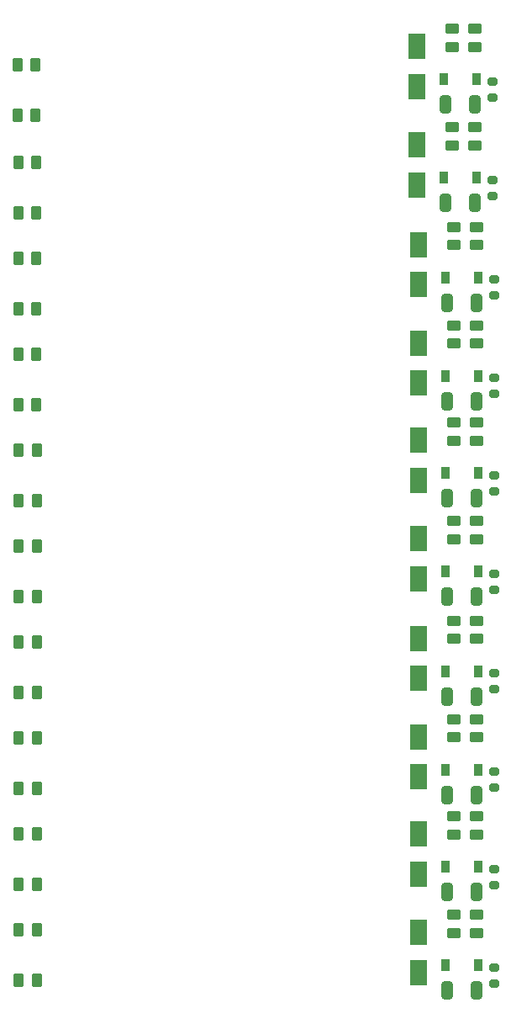
<source format=gbp>
G04 #@! TF.GenerationSoftware,KiCad,Pcbnew,(6.0.0)*
G04 #@! TF.CreationDate,2022-08-19T14:16:46+02:00*
G04 #@! TF.ProjectId,top,746f702e-6b69-4636-9164-5f7063625858,rev?*
G04 #@! TF.SameCoordinates,Original*
G04 #@! TF.FileFunction,Paste,Bot*
G04 #@! TF.FilePolarity,Positive*
%FSLAX46Y46*%
G04 Gerber Fmt 4.6, Leading zero omitted, Abs format (unit mm)*
G04 Created by KiCad (PCBNEW (6.0.0)) date 2022-08-19 14:16:46*
%MOMM*%
%LPD*%
G01*
G04 APERTURE LIST*
G04 Aperture macros list*
%AMRoundRect*
0 Rectangle with rounded corners*
0 $1 Rounding radius*
0 $2 $3 $4 $5 $6 $7 $8 $9 X,Y pos of 4 corners*
0 Add a 4 corners polygon primitive as box body*
4,1,4,$2,$3,$4,$5,$6,$7,$8,$9,$2,$3,0*
0 Add four circle primitives for the rounded corners*
1,1,$1+$1,$2,$3*
1,1,$1+$1,$4,$5*
1,1,$1+$1,$6,$7*
1,1,$1+$1,$8,$9*
0 Add four rect primitives between the rounded corners*
20,1,$1+$1,$2,$3,$4,$5,0*
20,1,$1+$1,$4,$5,$6,$7,0*
20,1,$1+$1,$6,$7,$8,$9,0*
20,1,$1+$1,$8,$9,$2,$3,0*%
G04 Aperture macros list end*
%ADD10R,1.800000X2.500000*%
%ADD11RoundRect,0.250000X-0.450000X0.262500X-0.450000X-0.262500X0.450000X-0.262500X0.450000X0.262500X0*%
%ADD12RoundRect,0.200000X0.275000X-0.200000X0.275000X0.200000X-0.275000X0.200000X-0.275000X-0.200000X0*%
%ADD13RoundRect,0.250000X0.262500X0.450000X-0.262500X0.450000X-0.262500X-0.450000X0.262500X-0.450000X0*%
%ADD14R,0.900000X1.200000*%
%ADD15RoundRect,0.250000X-0.262500X-0.450000X0.262500X-0.450000X0.262500X0.450000X-0.262500X0.450000X0*%
%ADD16RoundRect,0.250000X0.450000X-0.262500X0.450000X0.262500X-0.450000X0.262500X-0.450000X-0.262500X0*%
%ADD17RoundRect,0.250000X-0.325000X-0.650000X0.325000X-0.650000X0.325000X0.650000X-0.325000X0.650000X0*%
G04 APERTURE END LIST*
D10*
X158750000Y-111863500D03*
X158750000Y-115863500D03*
D11*
X164592000Y-70461500D03*
X164592000Y-72286500D03*
D12*
X166370000Y-136715000D03*
X166370000Y-135065000D03*
D13*
X120231500Y-73660000D03*
X118406500Y-73660000D03*
D14*
X161267500Y-55626000D03*
X164567500Y-55626000D03*
X161418000Y-75541500D03*
X164718000Y-75541500D03*
D15*
X118467500Y-107696000D03*
X120292500Y-107696000D03*
D11*
X164592000Y-129794000D03*
X164592000Y-131619000D03*
X164592000Y-110085500D03*
X164592000Y-111910500D03*
D16*
X162306000Y-121816500D03*
X162306000Y-119991500D03*
D13*
X120292500Y-121920000D03*
X118467500Y-121920000D03*
D17*
X161593000Y-97790000D03*
X164543000Y-97790000D03*
D15*
X118406500Y-69088000D03*
X120231500Y-69088000D03*
D14*
X161418000Y-85447500D03*
X164718000Y-85447500D03*
D15*
X118309000Y-59277500D03*
X120134000Y-59277500D03*
D13*
X120231500Y-64008000D03*
X118406500Y-64008000D03*
D10*
X158750000Y-72239500D03*
X158750000Y-76239500D03*
D14*
X161418000Y-115165500D03*
X164718000Y-115165500D03*
D16*
X162155500Y-52371000D03*
X162155500Y-50546000D03*
D15*
X118406500Y-78740000D03*
X120231500Y-78740000D03*
D13*
X120231500Y-83312000D03*
X118406500Y-83312000D03*
D10*
X158750000Y-141478000D03*
X158750000Y-145478000D03*
D12*
X166370000Y-97091000D03*
X166370000Y-95441000D03*
X166370000Y-87288500D03*
X166370000Y-85638500D03*
D15*
X118467500Y-117348000D03*
X120292500Y-117348000D03*
D14*
X161267500Y-65532000D03*
X164567500Y-65532000D03*
D16*
X162306000Y-131619000D03*
X162306000Y-129794000D03*
D10*
X158750000Y-121769500D03*
X158750000Y-125769500D03*
D17*
X161593000Y-107696000D03*
X164543000Y-107696000D03*
D12*
X166219500Y-57467000D03*
X166219500Y-55817000D03*
D17*
X161593000Y-78081500D03*
X164543000Y-78081500D03*
D15*
X118467500Y-98044000D03*
X120292500Y-98044000D03*
D12*
X166370000Y-146621000D03*
X166370000Y-144971000D03*
D16*
X162306000Y-101901000D03*
X162306000Y-100076000D03*
D17*
X161442500Y-68072000D03*
X164392500Y-68072000D03*
D13*
X120134000Y-54197500D03*
X118309000Y-54197500D03*
D10*
X158750000Y-91948000D03*
X158750000Y-95948000D03*
D11*
X164592000Y-139700000D03*
X164592000Y-141525000D03*
D10*
X158599500Y-62230000D03*
X158599500Y-66230000D03*
D17*
X161593000Y-87987500D03*
X164543000Y-87987500D03*
D11*
X164592000Y-80367500D03*
X164592000Y-82192500D03*
D14*
X161418000Y-144780000D03*
X164718000Y-144780000D03*
D16*
X162306000Y-82192500D03*
X162306000Y-80367500D03*
D10*
X158750000Y-131572000D03*
X158750000Y-135572000D03*
D15*
X118467500Y-146304000D03*
X120292500Y-146304000D03*
D16*
X162306000Y-111910500D03*
X162306000Y-110085500D03*
D14*
X161418000Y-95250000D03*
X164718000Y-95250000D03*
D12*
X166370000Y-117006500D03*
X166370000Y-115356500D03*
D11*
X164441500Y-60452000D03*
X164441500Y-62277000D03*
D12*
X166370000Y-126912500D03*
X166370000Y-125262500D03*
D13*
X120292500Y-102616000D03*
X118467500Y-102616000D03*
D16*
X162306000Y-141525000D03*
X162306000Y-139700000D03*
D11*
X164592000Y-100076000D03*
X164592000Y-101901000D03*
D17*
X161593000Y-147320000D03*
X164543000Y-147320000D03*
D15*
X118467500Y-127000000D03*
X120292500Y-127000000D03*
D11*
X164441500Y-50546000D03*
X164441500Y-52371000D03*
D15*
X118467500Y-136652000D03*
X120292500Y-136652000D03*
D17*
X161442500Y-58166000D03*
X164392500Y-58166000D03*
X161593000Y-127611500D03*
X164543000Y-127611500D03*
D16*
X162306000Y-91995000D03*
X162306000Y-90170000D03*
X162306000Y-72286500D03*
X162306000Y-70461500D03*
D11*
X164592000Y-119991500D03*
X164592000Y-121816500D03*
D10*
X158599500Y-52324000D03*
X158599500Y-56324000D03*
X158750000Y-101854000D03*
X158750000Y-105854000D03*
D14*
X161418000Y-125071500D03*
X164718000Y-125071500D03*
D12*
X166219500Y-67373000D03*
X166219500Y-65723000D03*
D16*
X162155500Y-62277000D03*
X162155500Y-60452000D03*
D17*
X161593000Y-117705500D03*
X164543000Y-117705500D03*
D13*
X120292500Y-92964000D03*
X118467500Y-92964000D03*
D10*
X158750000Y-82145500D03*
X158750000Y-86145500D03*
D15*
X118406500Y-88392000D03*
X120231500Y-88392000D03*
D13*
X120292500Y-141224000D03*
X118467500Y-141224000D03*
X120292500Y-131572000D03*
X118467500Y-131572000D03*
D12*
X166370000Y-106997000D03*
X166370000Y-105347000D03*
D14*
X161418000Y-105156000D03*
X164718000Y-105156000D03*
D11*
X164592000Y-90170000D03*
X164592000Y-91995000D03*
D14*
X161418000Y-134874000D03*
X164718000Y-134874000D03*
D17*
X161593000Y-137414000D03*
X164543000Y-137414000D03*
D12*
X166370000Y-77382500D03*
X166370000Y-75732500D03*
D13*
X120292500Y-112268000D03*
X118467500Y-112268000D03*
M02*

</source>
